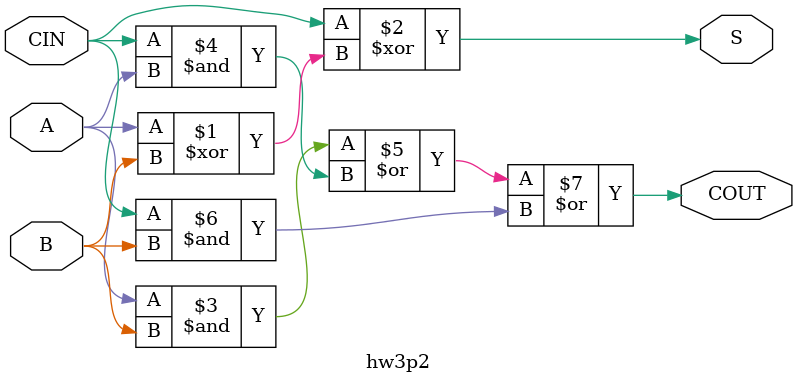
<source format=v>
`timescale 1ps/1ps

module hw3p2(CIN,A,B,COUT,S);
    input CIN,A,B;
    output COUT,S;
    assign S = CIN^(A^B);
    assign COUT = (A&B)|(CIN&A)|(CIN&B);
endmodule
</source>
